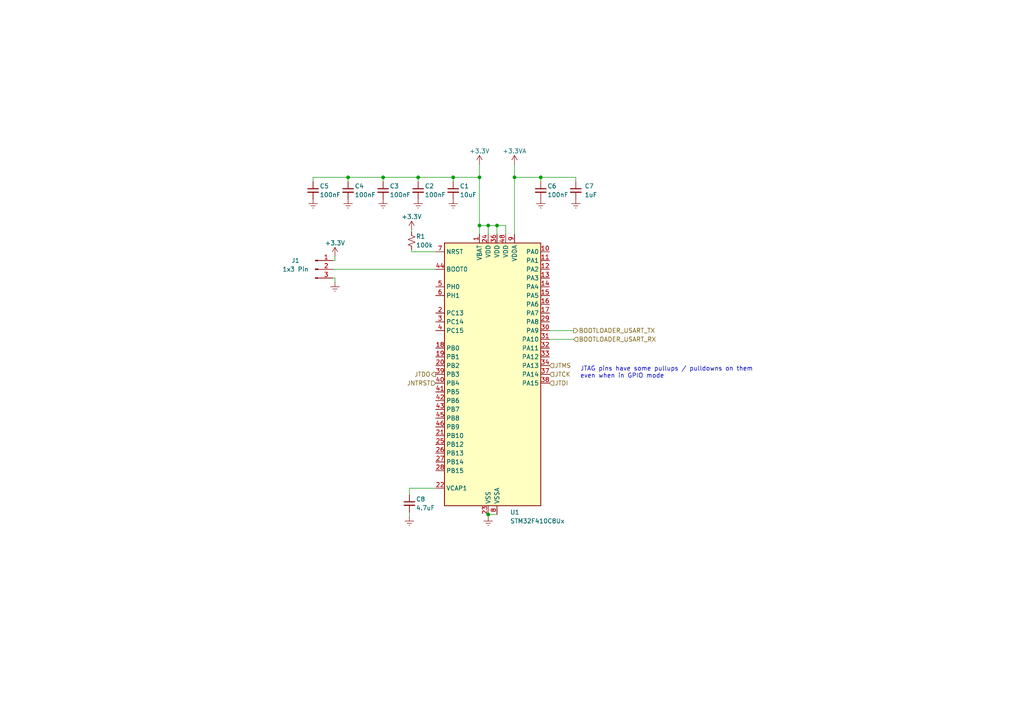
<source format=kicad_sch>
(kicad_sch (version 20230121) (generator eeschema)
  (paper "A4")
  (lib_symbols
    (symbol "Connector:Conn_01x03_Pin" (pin_names (offset 1.016) hide)
      (property "Reference" "J" (at 0 5.08 0))
      (property "Value" "Conn_01x03_Pin" (at 0 -5.08 0))
      (symbol "Conn_01x03_Pin_1_1"
        (polyline (pts (xy 1.27 -2.54) (xy 0.8636 -2.54)) (stroke (width 0.1524)))
        (polyline (pts (xy 1.27 0) (xy 0.8636 0)) (stroke (width 0.1524)))
        (polyline (pts (xy 1.27 2.54) (xy 0.8636 2.54)) (stroke (width 0.1524)))
        (rectangle (start 0.8636 -2.413) (end 0 -2.667) (stroke (width 0.1524)) (fill (type outline)))
        (rectangle (start 0.8636 0.127) (end 0 -0.127) (stroke (width 0.1524)) (fill (type outline)))
        (rectangle (start 0.8636 2.667) (end 0 2.413) (stroke (width 0.1524)) (fill (type outline)))
        (pin passive line (at 5.08 2.54 180) (length 3.81) (name "Pin_1") (number "1"))
        (pin passive line (at 5.08 0 180) (length 3.81) (name "Pin_2") (number "2"))
        (pin passive line (at 5.08 -2.54 180) (length 3.81) (name "Pin_3") (number "3"))
      )
    )
    (symbol "MCU_ST_STM32F4:STM32F410C8Ux"
      (property "Reference" "U" (at -12.7 39.37 0))
      (property "Value" "STM32F410C8Ux" (at 10.16 39.37 0))
      (symbol "STM32F410C8Ux_0_1"
        (rectangle (start -12.7 -38.1) (end 15.24 38.1) (stroke (width 0.254)) (fill (type background)))
      )
      (symbol "STM32F410C8Ux_1_1"
        (pin power_in line (at -2.54 40.64 270) (length 2.54) (name "VBAT") (number "1"))
        (pin bidirectional line (at 17.78 35.56 180) (length 2.54) (name "PA0") (number "10"))
        (pin bidirectional line (at 17.78 33.02 180) (length 2.54) (name "PA1") (number "11"))
        (pin bidirectional line (at 17.78 30.48 180) (length 2.54) (name "PA2") (number "12"))
        (pin bidirectional line (at 17.78 27.94 180) (length 2.54) (name "PA3") (number "13"))
        (pin bidirectional line (at 17.78 25.4 180) (length 2.54) (name "PA4") (number "14"))
        (pin bidirectional line (at 17.78 22.86 180) (length 2.54) (name "PA5") (number "15"))
        (pin bidirectional line (at 17.78 20.32 180) (length 2.54) (name "PA6") (number "16"))
        (pin bidirectional line (at 17.78 17.78 180) (length 2.54) (name "PA7") (number "17"))
        (pin bidirectional line (at -15.24 7.62 0) (length 2.54) (name "PB0") (number "18"))
        (pin bidirectional line (at -15.24 5.08 0) (length 2.54) (name "PB1") (number "19"))
        (pin bidirectional line (at -15.24 17.78 0) (length 2.54) (name "PC13") (number "2"))
        (pin bidirectional line (at -15.24 2.54 0) (length 2.54) (name "PB2") (number "20"))
        (pin bidirectional line (at -15.24 -17.78 0) (length 2.54) (name "PB10") (number "21"))
        (pin power_out line (at -15.24 -33.02 0) (length 2.54) (name "VCAP1") (number "22"))
        (pin power_in line (at 0 -40.64 90) (length 2.54) (name "VSS") (number "23"))
        (pin power_in line (at 0 40.64 270) (length 2.54) (name "VDD") (number "24"))
        (pin bidirectional line (at -15.24 -20.32 0) (length 2.54) (name "PB12") (number "25"))
        (pin bidirectional line (at -15.24 -22.86 0) (length 2.54) (name "PB13") (number "26"))
        (pin bidirectional line (at -15.24 -25.4 0) (length 2.54) (name "PB14") (number "27"))
        (pin bidirectional line (at -15.24 -27.94 0) (length 2.54) (name "PB15") (number "28"))
        (pin bidirectional line (at 17.78 15.24 180) (length 2.54) (name "PA8") (number "29"))
        (pin bidirectional line (at -15.24 15.24 0) (length 2.54) (name "PC14") (number "3"))
        (pin bidirectional line (at 17.78 12.7 180) (length 2.54) (name "PA9") (number "30"))
        (pin bidirectional line (at 17.78 10.16 180) (length 2.54) (name "PA10") (number "31"))
        (pin bidirectional line (at 17.78 7.62 180) (length 2.54) (name "PA11") (number "32"))
        (pin bidirectional line (at 17.78 5.08 180) (length 2.54) (name "PA12") (number "33"))
        (pin bidirectional line (at 17.78 2.54 180) (length 2.54) (name "PA13") (number "34"))
        (pin passive line (at 0 -40.64 90) (length 2.54) hide (name "VSS") (number "35"))
        (pin power_in line (at 2.54 40.64 270) (length 2.54) (name "VDD") (number "36"))
        (pin bidirectional line (at 17.78 0 180) (length 2.54) (name "PA14") (number "37"))
        (pin bidirectional line (at 17.78 -2.54 180) (length 2.54) (name "PA15") (number "38"))
        (pin bidirectional line (at -15.24 0 0) (length 2.54) (name "PB3") (number "39"))
        (pin bidirectional line (at -15.24 12.7 0) (length 2.54) (name "PC15") (number "4"))
        (pin bidirectional line (at -15.24 -2.54 0) (length 2.54) (name "PB4") (number "40"))
        (pin bidirectional line (at -15.24 -5.08 0) (length 2.54) (name "PB5") (number "41"))
        (pin bidirectional line (at -15.24 -7.62 0) (length 2.54) (name "PB6") (number "42"))
        (pin bidirectional line (at -15.24 -10.16 0) (length 2.54) (name "PB7") (number "43"))
        (pin input line (at -15.24 30.48 0) (length 2.54) (name "BOOT0") (number "44"))
        (pin bidirectional line (at -15.24 -12.7 0) (length 2.54) (name "PB8") (number "45"))
        (pin bidirectional line (at -15.24 -15.24 0) (length 2.54) (name "PB9") (number "46"))
        (pin passive line (at 0 -40.64 90) (length 2.54) hide (name "VSS") (number "47"))
        (pin power_in line (at 5.08 40.64 270) (length 2.54) (name "VDD") (number "48"))
        (pin passive line (at 0 -40.64 90) (length 2.54) hide (name "VSS") (number "49"))
        (pin bidirectional line (at -15.24 25.4 0) (length 2.54) (name "PH0") (number "5"))
        (pin bidirectional line (at -15.24 22.86 0) (length 2.54) (name "PH1") (number "6"))
        (pin input line (at -15.24 35.56 0) (length 2.54) (name "NRST") (number "7"))
        (pin power_in line (at 2.54 -40.64 90) (length 2.54) (name "VSSA") (number "8"))
        (pin power_in line (at 7.62 40.64 270) (length 2.54) (name "VDDA") (number "9"))
      )
    )
    (symbol "elias_kountouris_manifest:C_100nF_16V_0402" (pin_numbers hide) (pin_names (offset 0) hide)
      (property "Reference" "C" (at 2.54 1.27 0))
      (property "Value" "100nF" (at 4.3665 -0.8811 0))
      (symbol "C_100nF_16V_0402_0_1"
        (polyline (pts (xy -1.524 -0.508) (xy 1.524 -0.508)) (stroke (width 0.3302)))
        (polyline (pts (xy -1.524 0.508) (xy 1.524 0.508)) (stroke (width 0.3048)))
      )
      (symbol "C_100nF_16V_0402_1_1"
        (pin passive line (at 0 2.54 270) (length 2.032) (name "~") (number "1"))
        (pin passive line (at 0 -2.54 90) (length 2.032) (name "~") (number "2"))
      )
    )
    (symbol "elias_kountouris_manifest:C_10uF_6.3V_0402" (pin_numbers hide) (pin_names (offset 0) hide)
      (property "Reference" "C" (at 2.54 1.27 0))
      (property "Value" "10uF" (at 4.3665 -0.8811 0))
      (symbol "C_10uF_6.3V_0402_0_1"
        (polyline (pts (xy -1.524 -0.508) (xy 1.524 -0.508)) (stroke (width 0.3302)))
        (polyline (pts (xy -1.524 0.508) (xy 1.524 0.508)) (stroke (width 0.3048)))
      )
      (symbol "C_10uF_6.3V_0402_1_1"
        (pin passive line (at 0 2.54 270) (length 2.032) (name "~") (number "1"))
        (pin passive line (at 0 -2.54 90) (length 2.032) (name "~") (number "2"))
      )
    )
    (symbol "elias_kountouris_manifest:C_1uF_6.3V_0402" (pin_numbers hide) (pin_names (offset 0) hide)
      (property "Reference" "C" (at 2.54 1.27 0))
      (property "Value" "1uF" (at 3.81 -1.27 0))
      (symbol "C_1uF_6.3V_0402_0_1"
        (polyline (pts (xy -1.524 -0.508) (xy 1.524 -0.508)) (stroke (width 0.3302)))
        (polyline (pts (xy -1.524 0.508) (xy 1.524 0.508)) (stroke (width 0.3048)))
      )
      (symbol "C_1uF_6.3V_0402_1_1"
        (pin passive line (at 0 2.54 270) (length 2.032) (name "~") (number "1"))
        (pin passive line (at 0 -2.54 90) (length 2.032) (name "~") (number "2"))
      )
    )
    (symbol "elias_kountouris_manifest:C_4.7_10V_0402" (pin_numbers hide) (pin_names (offset 0) hide)
      (property "Reference" "C" (at 2.54 1.27 0))
      (property "Value" "4.7uF" (at 4.3665 -0.8811 0))
      (symbol "C_4.7_10V_0402_0_1"
        (polyline (pts (xy -1.524 -0.508) (xy 1.524 -0.508)) (stroke (width 0.3302)))
        (polyline (pts (xy -1.524 0.508) (xy 1.524 0.508)) (stroke (width 0.3048)))
      )
      (symbol "C_4.7_10V_0402_1_1"
        (pin passive line (at 0 2.54 270) (length 2.032) (name "~") (number "1"))
        (pin passive line (at 0 -2.54 90) (length 2.032) (name "~") (number "2"))
      )
    )
    (symbol "elias_kountouris_manifest:R_100k_0402" (pin_numbers hide) (pin_names (offset 0) hide)
      (property "Reference" "R" (at 2.2288 1.2496 0))
      (property "Value" "100k" (at 3.81 -1.27 0))
      (symbol "R_100k_0402_1_1"
        (polyline (pts (xy 0 0) (xy 1.016 -0.381) (xy 0 -0.762) (xy -1.016 -1.143) (xy 0 -1.524)))
        (polyline (pts (xy 0 1.524) (xy 1.016 1.143) (xy 0 0.762) (xy -1.016 0.381) (xy 0 0)))
        (pin passive line (at 0 2.54 270) (length 1.016) (name "~") (number "1"))
        (pin passive line (at 0 -2.54 90) (length 1.016) (name "~") (number "2"))
      )
    )
    (symbol "power:+3.3V" (power) (pin_names (offset 0))
      (property "Value" "+3.3V" (at 0 3.556 0))
      (symbol "+3.3V_0_1"
        (polyline (pts (xy -0.762 1.27) (xy 0 2.54)))
        (polyline (pts (xy 0 0) (xy 0 2.54)))
        (polyline (pts (xy 0 2.54) (xy 0.762 1.27)))
      )
      (symbol "+3.3V_1_1"
        (pin power_in line (at 0 0 90) (length 0) hide (name "+3.3V") (number "1"))
      )
    )
    (symbol "power:+3.3VA" (power) (pin_names (offset 0))
      (property "Value" "+3.3VA" (at 0 3.556 0))
      (symbol "+3.3VA_0_1"
        (polyline (pts (xy -0.762 1.27) (xy 0 2.54)))
        (polyline (pts (xy 0 0) (xy 0 2.54)))
        (polyline (pts (xy 0 2.54) (xy 0.762 1.27)))
      )
      (symbol "+3.3VA_1_1"
        (pin power_in line (at 0 0 90) (length 0) hide (name "+3.3VA") (number "1"))
      )
    )
    (symbol "power:GNDREF" (power) (pin_names (offset 0))
      (property "Value" "GND" (at 0 -3.81 0))
      (symbol "GNDREF_0_1"
        (polyline (pts (xy -0.635 -1.905) (xy 0.635 -1.905)))
        (polyline (pts (xy -0.127 -2.54) (xy 0.127 -2.54)))
        (polyline (pts (xy 0 -1.27) (xy 0 0)))
        (polyline (pts (xy 1.27 -1.27) (xy -1.27 -1.27)))
      )
      (symbol "GNDREF_1_1"
        (pin power_in line (at 0 0 270) (length 0) hide (name "GND") (number "1"))
      )
    )
  )
  (junction (at 144.145 65.405))
  (junction (at 149.225 51.435))
  (junction (at 141.605 149.225))
  (junction (at 139.065 65.405))
  (junction (at 100.965 51.435))
  (junction (at 141.605 65.405))
  (junction (at 156.845 51.435))
  (junction (at 111.125 51.435))
  (junction (at 131.445 51.435))
  (junction (at 121.285 51.435))
  (junction (at 139.065 51.435))
  (wire (pts (xy 119.38 73.025) (xy 126.365 73.025)))
  (wire (pts (xy 118.745 149.86) (xy 118.745 148.59)))
  (wire (pts (xy 118.745 143.51) (xy 118.745 141.605)))
  (wire (pts (xy 144.145 65.405) (xy 141.605 65.405)))
  (wire (pts (xy 97.155 81.915) (xy 97.155 80.645)))
  (wire (pts (xy 166.37 95.885) (xy 159.385 95.885)))
  (wire (pts (xy 156.845 51.435) (xy 167.005 51.435)))
  (wire (pts (xy 144.145 65.405) (xy 144.145 67.945)))
  (wire (pts (xy 139.065 51.435) (xy 139.065 47.625)))
  (wire (pts (xy 119.38 72.39) (xy 119.38 73.025)))
  (wire (pts (xy 131.445 51.435) (xy 139.065 51.435)))
  (wire (pts (xy 146.685 67.945) (xy 146.685 65.405)))
  (wire (pts (xy 149.225 51.435) (xy 149.225 47.625)))
  (wire (pts (xy 139.065 65.405) (xy 141.605 65.405)))
  (wire (pts (xy 149.225 67.945) (xy 149.225 51.435)))
  (wire (pts (xy 119.38 66.675) (xy 119.38 67.31)))
  (wire (pts (xy 141.605 149.86) (xy 141.605 149.225)))
  (wire (pts (xy 118.745 141.605) (xy 126.365 141.605)))
  (wire (pts (xy 111.125 51.435) (xy 111.125 52.705)))
  (wire (pts (xy 141.605 149.225) (xy 144.145 149.225)))
  (wire (pts (xy 97.155 75.565) (xy 96.52 75.565)))
  (wire (pts (xy 100.965 51.435) (xy 111.125 51.435)))
  (wire (pts (xy 141.605 65.405) (xy 141.605 67.945)))
  (wire (pts (xy 90.805 51.435) (xy 90.805 52.705)))
  (wire (pts (xy 97.155 74.295) (xy 97.155 75.565)))
  (wire (pts (xy 121.285 51.435) (xy 131.445 51.435)))
  (wire (pts (xy 97.155 80.645) (xy 96.52 80.645)))
  (wire (pts (xy 167.005 52.705) (xy 167.005 51.435)))
  (wire (pts (xy 111.125 51.435) (xy 121.285 51.435)))
  (wire (pts (xy 100.965 51.435) (xy 90.805 51.435)))
  (wire (pts (xy 159.385 98.425) (xy 166.37 98.425)))
  (wire (pts (xy 96.52 78.105) (xy 126.365 78.105)))
  (wire (pts (xy 100.965 51.435) (xy 100.965 52.705)))
  (wire (pts (xy 139.065 67.945) (xy 139.065 65.405)))
  (wire (pts (xy 131.445 51.435) (xy 131.445 52.705)))
  (wire (pts (xy 156.845 51.435) (xy 156.845 52.705)))
  (wire (pts (xy 139.065 65.405) (xy 139.065 51.435)))
  (wire (pts (xy 121.285 51.435) (xy 121.285 52.705)))
  (wire (pts (xy 146.685 65.405) (xy 144.145 65.405)))
  (wire (pts (xy 149.225 51.435) (xy 156.845 51.435)))
  (text "JTAG pins have some pullups / pulldowns on them\neven when in GPIO mode" (at 168.275 109.855 0) (effects (font (size 1.27 1.27)) (justify left bottom)))
  (hierarchical_label "BOOTLOADER_USART_TX" (shape output) (at 166.37 95.885 0))
  (hierarchical_label "JNTRST" (shape input) (at 126.365 111.125 180))
  (hierarchical_label "BOOTLOADER_USART_RX" (shape input) (at 166.37 98.425 0))
  (hierarchical_label "JTDO" (shape output) (at 126.365 108.585 180))
  (hierarchical_label "JTMS" (shape input) (at 159.385 106.045 0))
  (hierarchical_label "JTDI" (shape input) (at 159.385 111.125 0))
  (hierarchical_label "JTCK" (shape input) (at 159.385 108.585 0))
  (symbol (lib_id "power:GNDREF") (at 97.155 81.915 0) (mirror y) (unit 1)
    (property "Reference" "#PWR014" (effects hide))
    (property "Value" "GND" (effects hide))
  )
  (symbol (lib_id "power:GNDREF") (at 111.125 57.785 0) (mirror y) (unit 1)
    (property "Reference" "#PWR03" (effects hide))
    (property "Value" "GND" (effects hide))
  )
  (symbol (lib_id "elias_kountouris_manifest:R_100k_0402") (at 119.38 69.85 0) (unit 1)
    (property "Reference" "R1" (at 120.65 68.58 0) (effects (justify left)))
    (property "Value" "100k" (at 120.65 71.12 0) (effects (justify left)))
    (property "Footprint" "Resistor_SMD:R_0402_1005Metric" (effects hide))
    (property "PN" "311-100KLRCT-ND" (effects hide))
    (property "Power" "1/16W" (effects hide))
    (property "Tolerance" "1%" (effects hide))
  )
  (symbol (lib_id "power:+3.3V") (at 97.155 74.295 0) (mirror y) (unit 1)
    (property "Reference" "#PWR013" (effects hide))
    (property "Value" "+3.3V" (at 97.155 70.485 0))
  )
  (symbol (lib_id "power:+3.3VA") (at 149.225 47.625 0) (unit 1)
    (property "Reference" "#PWR09" (effects hide))
    (property "Value" "+3.3VA" (at 149.225 43.815 0))
  )
  (symbol (lib_id "power:GNDREF") (at 100.965 57.785 0) (mirror y) (unit 1)
    (property "Reference" "#PWR04" (effects hide))
    (property "Value" "GND" (effects hide))
  )
  (symbol (lib_id "Connector:Conn_01x03_Pin") (at 91.44 78.105 0) (unit 1)
    (property "Reference" "J1" (at 85.725 75.565 0))
    (property "Value" "1x3 Pin" (at 85.725 78.105 0))
  )
  (symbol (lib_id "elias_kountouris_manifest:C_100nF_16V_0402") (at 111.125 55.245 0) (unit 1)
    (property "Reference" "C3" (at 113.03 53.975 0) (effects (justify left)))
    (property "Value" "100nF" (at 113.03 56.515 0) (effects (justify left)))
    (property "Footprint" "Capacitor_SMD:C_0402_1005Metric" (effects hide))
    (property "PN" "13-CC0402ZPY5V7BB104CT-ND" (effects hide))
    (property "Voltage" "16V" (effects hide))
    (property "Tolerance" "20%" (effects hide))
  )
  (symbol (lib_id "power:GNDREF") (at 156.845 57.785 0) (unit 1)
    (property "Reference" "#PWR07" (effects hide))
    (property "Value" "GND" (effects hide))
  )
  (symbol (lib_id "power:GNDREF") (at 121.285 57.785 0) (mirror y) (unit 1)
    (property "Reference" "#PWR02" (effects hide))
    (property "Value" "GND" (effects hide))
  )
  (symbol (lib_id "elias_kountouris_manifest:C_100nF_16V_0402") (at 100.965 55.245 0) (unit 1)
    (property "Reference" "C4" (at 102.87 53.975 0) (effects (justify left)))
    (property "Value" "100nF" (at 102.87 56.515 0) (effects (justify left)))
    (property "Footprint" "Capacitor_SMD:C_0402_1005Metric" (effects hide))
    (property "PN" "13-CC0402ZPY5V7BB104CT-ND" (effects hide))
    (property "Voltage" "16V" (effects hide))
    (property "Tolerance" "20%" (effects hide))
  )
  (symbol (lib_id "elias_kountouris_manifest:C_100nF_16V_0402") (at 90.805 55.245 0) (unit 1)
    (property "Reference" "C5" (at 92.71 53.975 0) (effects (justify left)))
    (property "Value" "100nF" (at 92.71 56.515 0) (effects (justify left)))
    (property "Footprint" "Capacitor_SMD:C_0402_1005Metric" (effects hide))
    (property "PN" "13-CC0402ZPY5V7BB104CT-ND" (effects hide))
    (property "Voltage" "16V" (effects hide))
    (property "Tolerance" "20%" (effects hide))
  )
  (symbol (lib_id "power:GNDREF") (at 141.605 149.86 0) (mirror y) (unit 1)
    (property "Reference" "#PWR011" (effects hide))
    (property "Value" "GND" (effects hide))
  )
  (symbol (lib_id "power:GNDREF") (at 131.445 57.785 0) (mirror y) (unit 1)
    (property "Reference" "#PWR01" (effects hide))
    (property "Value" "GND" (effects hide))
  )
  (symbol (lib_id "power:GNDREF") (at 118.745 149.86 0) (mirror y) (unit 1)
    (property "Reference" "#PWR010" (effects hide))
    (property "Value" "GND" (effects hide))
  )
  (symbol (lib_id "power:+3.3V") (at 119.38 66.675 0) (mirror y) (unit 1)
    (property "Reference" "#PWR012" (effects hide))
    (property "Value" "+3.3V" (at 119.38 62.865 0))
  )
  (symbol (lib_id "elias_kountouris_manifest:C_100nF_16V_0402") (at 121.285 55.245 0) (unit 1)
    (property "Reference" "C2" (at 123.19 53.975 0) (effects (justify left)))
    (property "Value" "100nF" (at 123.19 56.515 0) (effects (justify left)))
    (property "Footprint" "Capacitor_SMD:C_0402_1005Metric" (effects hide))
    (property "PN" "13-CC0402ZPY5V7BB104CT-ND" (effects hide))
    (property "Voltage" "16V" (effects hide))
    (property "Tolerance" "20%" (effects hide))
  )
  (symbol (lib_id "elias_kountouris_manifest:C_1uF_6.3V_0402") (at 167.005 55.245 0) (unit 1)
    (property "Reference" "C7" (at 169.545 53.9813 0) (effects (justify left)))
    (property "Value" "1uF" (at 169.545 56.5213 0) (effects (justify left)))
    (property "Footprint" "Capacitor_SMD:C_0402_1005Metric" (effects hide))
    (property "PN" "490-13339-1-ND" (effects hide))
    (property "Voltage" "6.3V" (effects hide))
    (property "Tolerance" "10%" (effects hide))
  )
  (symbol (lib_id "elias_kountouris_manifest:C_4.7_10V_0402") (at 118.745 146.05 0) (unit 1)
    (property "Reference" "C8" (at 120.65 144.78 0) (effects (justify left)))
    (property "Value" "4.7uF" (at 120.65 147.32 0) (effects (justify left)))
    (property "Footprint" "Capacitor_SMD:C_0402_1005Metric" (effects hide))
    (property "PN" "1276-1482-1-ND" (effects hide))
    (property "Voltage" "10V" (effects hide))
    (property "Tolerance" "20%" (effects hide))
  )
  (symbol (lib_id "MCU_ST_STM32F4:STM32F410C8Ux") (at 141.605 108.585 0) (unit 1)
    (property "Reference" "U1" (at 147.955 148.59 0) (effects (justify left)))
    (property "Value" "STM32F410C8Ux" (at 147.955 151.13 0) (effects (justify left)))
    (property "Footprint" "Package_DFN_QFN:QFN-48-1EP_7x7mm_P0.5mm_EP5.6x5.6mm" (effects hide))
    (property "Datasheet" "https://www.st.com/resource/en/datasheet/stm32f410c8.pdf" (effects hide))
    (property "PN" "497-18935-ND" (effects hide))
  )
  (symbol (lib_id "power:GNDREF") (at 167.005 57.785 0) (unit 1)
    (property "Reference" "#PWR08" (effects hide))
    (property "Value" "GND" (effects hide))
  )
  (symbol (lib_id "power:+3.3V") (at 139.065 47.625 0) (mirror y) (unit 1)
    (property "Reference" "#PWR05" (effects hide))
    (property "Value" "+3.3V" (at 139.065 43.815 0))
  )
  (symbol (lib_id "power:GNDREF") (at 90.805 57.785 0) (mirror y) (unit 1)
    (property "Reference" "#PWR06" (effects hide))
    (property "Value" "GND" (effects hide))
  )
  (symbol (lib_id "elias_kountouris_manifest:C_100nF_16V_0402") (at 156.845 55.245 0) (unit 1)
    (property "Reference" "C6" (at 158.75 53.975 0) (effects (justify left)))
    (property "Value" "100nF" (at 158.75 56.515 0) (effects (justify left)))
    (property "Footprint" "Capacitor_SMD:C_0402_1005Metric" (effects hide))
    (property "PN" "13-CC0402ZPY5V7BB104CT-ND" (effects hide))
    (property "Voltage" "16V" (effects hide))
    (property "Tolerance" "20%" (effects hide))
  )
  (symbol (lib_id "elias_kountouris_manifest:C_10uF_6.3V_0402") (at 131.445 55.245 0) (unit 1)
    (property "Reference" "C1" (at 133.35 53.975 0) (effects (justify left)))
    (property "Value" "10uF" (at 133.35 56.515 0) (effects (justify left)))
    (property "Footprint" "Capacitor_SMD:C_0402_1005Metric" (effects hide))
    (property "PN" "490-GRM155R60J106ME05DCT-ND" (effects hide))
    (property "Voltage" "6.3V" (effects hide))
    (property "Tolerance" "20%" (effects hide))
  )
)
</source>
